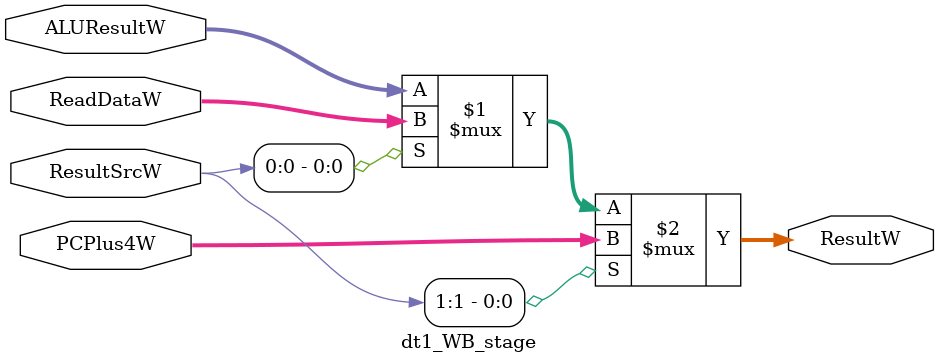
<source format=v>
module dt1_WB_stage(
	input  [1:0]  ResultSrcW,
	input  [31:0] ALUResultW, ReadDataW, PCPlus4W,
	`ifdef RISCV-FORMAL
		output  			rvfi_valid,
		output [63 : 0] 	rvfi_order,
		output [4095 : 0] 	rvfi_insn,
		output  			rvfi_trap,
		output  			rvfi_halt,
		output  			rvfi_intr,
		output [1:0] 		rvfi_mode,
		output [1:0] 		rvfi_ixl,
	`endif
	//connects to execute and decode stage
	output [31:0] ResultW
	
);
	//selects data to write to regfile and to forward to execute stage
	assign ResultW = ResultSrcW[1] ? PCPlus4W : (ResultSrcW[0] ? ReadDataW : ALUResultW);
endmodule
</source>
